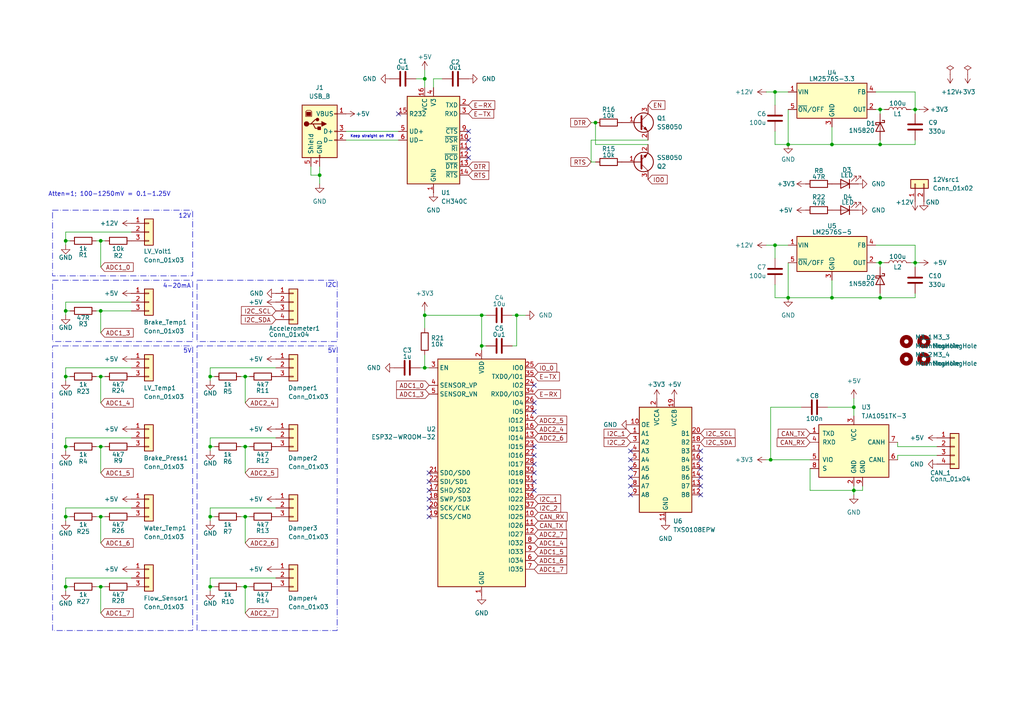
<source format=kicad_sch>
(kicad_sch (version 20231120) (generator "eeschema") (generator_version "8.0")
  (paper "A4")
  (title_block (title "FS-SensorBoard") (date "2025-02-28") (rev "2.0"))
  (junction (at 241.3 86.36))
  (junction (at 139.7 100.33))
  (junction (at 29.21 149.86))
  (junction (at 149.86 91.44))
  (junction (at 60.96 170.18))
  (junction (at 223.52 133.35))
  (junction (at 29.21 90.17))
  (junction (at 255.27 76.2))
  (junction (at 29.21 129.54))
  (junction (at 123.19 91.44))
  (junction (at 29.21 170.18))
  (junction (at 224.79 26.67))
  (junction (at 241.3 41.91))
  (junction (at 71.12 129.54))
  (junction (at 139.7 91.44))
  (junction (at 29.21 69.85))
  (junction (at 29.21 109.22))
  (junction (at 265.43 76.2))
  (junction (at 19.05 69.85))
  (junction (at 247.65 118.11))
  (junction (at 255.27 41.91))
  (junction (at 60.96 149.86))
  (junction (at 71.12 149.86))
  (junction (at 255.27 31.75))
  (junction (at 228.6 41.91))
  (junction (at 60.96 129.54))
  (junction (at 123.19 106.68))
  (junction (at 123.19 22.86))
  (junction (at 19.05 90.17))
  (junction (at 19.05 149.86))
  (junction (at 19.05 109.22))
  (junction (at 247.65 142.24))
  (junction (at 172.72 35.56))
  (junction (at 19.05 170.18))
  (junction (at 224.79 71.12))
  (junction (at 60.96 109.22))
  (junction (at 265.43 31.75))
  (junction (at 19.05 129.54))
  (junction (at 228.6 86.36))
  (junction (at 92.71 50.8))
  (junction (at 71.12 170.18))
  (junction (at 255.27 86.36))
  (junction (at 71.12 109.22))
  (no_connect (at 203.2 133.35))
  (no_connect (at 124.46 144.78))
  (no_connect (at 154.94 129.54))
  (no_connect (at 154.94 137.16))
  (no_connect (at 135.89 38.1))
  (no_connect (at 203.2 135.89))
  (no_connect (at 203.2 138.43))
  (no_connect (at 182.88 135.89))
  (no_connect (at 154.94 134.62))
  (no_connect (at 154.94 119.38))
  (no_connect (at 182.88 140.97))
  (no_connect (at 154.94 116.84))
  (no_connect (at 203.2 140.97))
  (no_connect (at 203.2 143.51))
  (no_connect (at 135.89 40.64))
  (no_connect (at 135.89 45.72))
  (no_connect (at 135.89 43.18))
  (no_connect (at 124.46 137.16))
  (no_connect (at 154.94 132.08))
  (no_connect (at 182.88 133.35))
  (no_connect (at 124.46 149.86))
  (no_connect (at 182.88 143.51))
  (no_connect (at 124.46 142.24))
  (no_connect (at 182.88 130.81))
  (no_connect (at 154.94 142.24))
  (no_connect (at 124.46 139.7))
  (no_connect (at 124.46 147.32))
  (no_connect (at 154.94 111.76))
  (no_connect (at 182.88 138.43))
  (no_connect (at 115.57 33.02))
  (no_connect (at 154.94 139.7))
  (no_connect (at 203.2 130.81))
  (wire (pts (xy 80.01 106.68) (xy 60.96 106.68)))
  (wire (pts (xy 171.45 40.64) (xy 187.96 40.64)))
  (wire (pts (xy 19.05 106.68) (xy 19.05 109.22)))
  (wire (pts (xy 29.21 77.47) (xy 29.21 69.85)))
  (wire (pts (xy 27.94 109.22) (xy 29.21 109.22)))
  (wire (pts (xy 38.1 147.32) (xy 19.05 147.32)))
  (wire (pts (xy 38.1 127) (xy 19.05 127)))
  (wire (pts (xy 140.97 100.33) (xy 139.7 100.33)))
  (wire (pts (xy 241.3 86.36) (xy 255.27 86.36)))
  (wire (pts (xy 224.79 71.12) (xy 228.6 71.12)))
  (wire (pts (xy 256.54 31.75) (xy 255.27 31.75)))
  (wire (pts (xy 38.1 67.31) (xy 19.05 67.31)))
  (wire (pts (xy 123.19 22.86) (xy 123.19 25.4)))
  (wire (pts (xy 72.39 109.22) (xy 71.12 109.22)))
  (wire (pts (xy 149.86 91.44) (xy 149.86 100.33)))
  (wire (pts (xy 224.79 82.55) (xy 224.79 86.36)))
  (wire (pts (xy 71.12 157.48) (xy 71.12 149.86)))
  (wire (pts (xy 19.05 149.86) (xy 20.32 149.86)))
  (wire (pts (xy 72.39 129.54) (xy 71.12 129.54)))
  (wire (pts (xy 171.45 46.99) (xy 171.45 40.64)))
  (wire (pts (xy 255.27 33.02) (xy 255.27 31.75)))
  (wire (pts (xy 60.96 109.22) (xy 62.23 109.22)))
  (wire (pts (xy 60.96 151.13) (xy 60.96 149.86)))
  (wire (pts (xy 19.05 129.54) (xy 20.32 129.54)))
  (wire (pts (xy 60.96 147.32) (xy 60.96 149.86)))
  (wire (pts (xy 29.21 177.8) (xy 29.21 170.18)))
  (wire (pts (xy 80.01 147.32) (xy 60.96 147.32)))
  (wire (pts (xy 38.1 87.63) (xy 19.05 87.63)))
  (wire (pts (xy 29.21 69.85) (xy 30.48 69.85)))
  (wire (pts (xy 60.96 106.68) (xy 60.96 109.22)))
  (wire (pts (xy 255.27 41.91) (xy 255.27 40.64)))
  (wire (pts (xy 19.05 87.63) (xy 19.05 90.17)))
  (wire (pts (xy 29.21 116.84) (xy 29.21 109.22)))
  (wire (pts (xy 38.1 167.64) (xy 19.05 167.64)))
  (wire (pts (xy 69.85 149.86) (xy 71.12 149.86)))
  (wire (pts (xy 60.96 167.64) (xy 60.96 170.18)))
  (wire (pts (xy 19.05 167.64) (xy 19.05 170.18)))
  (wire (pts (xy 19.05 147.32) (xy 19.05 149.86)))
  (wire (pts (xy 260.35 132.08) (xy 260.35 133.35)))
  (wire (pts (xy 265.43 33.02) (xy 265.43 31.75)))
  (wire (pts (xy 255.27 31.75) (xy 254 31.75)))
  (wire (pts (xy 152.4 91.44) (xy 149.86 91.44)))
  (wire (pts (xy 264.16 76.2) (xy 265.43 76.2)))
  (wire (pts (xy 250.19 142.24) (xy 250.19 140.97)))
  (wire (pts (xy 71.12 137.16) (xy 71.12 129.54)))
  (wire (pts (xy 71.12 177.8) (xy 71.12 170.18)))
  (wire (pts (xy 90.17 50.8) (xy 90.17 48.26)))
  (wire (pts (xy 254 26.67) (xy 265.43 26.67)))
  (wire (pts (xy 247.65 142.24) (xy 247.65 140.97)))
  (wire (pts (xy 69.85 109.22) (xy 71.12 109.22)))
  (wire (pts (xy 222.25 26.67) (xy 224.79 26.67)))
  (wire (pts (xy 241.3 36.83) (xy 241.3 41.91)))
  (wire (pts (xy 265.43 40.64) (xy 265.43 41.91)))
  (wire (pts (xy 260.35 129.54) (xy 271.78 129.54)))
  (wire (pts (xy 255.27 86.36) (xy 265.43 86.36)))
  (wire (pts (xy 72.39 149.86) (xy 71.12 149.86)))
  (wire (pts (xy 140.97 91.44) (xy 139.7 91.44)))
  (wire (pts (xy 228.6 76.2) (xy 228.6 86.36)))
  (wire (pts (xy 172.72 41.91) (xy 187.96 41.91)))
  (wire (pts (xy 80.01 167.64) (xy 60.96 167.64)))
  (wire (pts (xy 19.05 110.49) (xy 19.05 109.22)))
  (wire (pts (xy 60.96 110.49) (xy 60.96 109.22)))
  (wire (pts (xy 149.86 100.33) (xy 148.59 100.33)))
  (wire (pts (xy 265.43 85.09) (xy 265.43 86.36)))
  (wire (pts (xy 255.27 77.47) (xy 255.27 76.2)))
  (wire (pts (xy 27.94 129.54) (xy 29.21 129.54)))
  (wire (pts (xy 19.05 127) (xy 19.05 129.54)))
  (wire (pts (xy 29.21 96.52) (xy 29.21 90.17)))
  (wire (pts (xy 265.43 71.12) (xy 265.43 76.2)))
  (wire (pts (xy 100.33 38.1) (xy 115.57 38.1)))
  (wire (pts (xy 171.45 35.56) (xy 172.72 35.56)))
  (wire (pts (xy 139.7 91.44) (xy 139.7 100.33)))
  (wire (pts (xy 30.48 109.22) (xy 29.21 109.22)))
  (wire (pts (xy 228.6 31.75) (xy 228.6 41.91)))
  (wire (pts (xy 30.48 149.86) (xy 29.21 149.86)))
  (wire (pts (xy 123.19 95.25) (xy 123.19 91.44)))
  (wire (pts (xy 247.65 118.11) (xy 247.65 120.65)))
  (wire (pts (xy 224.79 26.67) (xy 228.6 26.67)))
  (wire (pts (xy 234.95 135.89) (xy 234.95 142.24)))
  (wire (pts (xy 100.33 40.64) (xy 115.57 40.64)))
  (wire (pts (xy 123.19 102.87) (xy 123.19 106.68)))
  (wire (pts (xy 92.71 50.8) (xy 92.71 48.26)))
  (wire (pts (xy 60.96 171.45) (xy 60.96 170.18)))
  (wire (pts (xy 19.05 109.22) (xy 20.32 109.22)))
  (wire (pts (xy 27.94 69.85) (xy 29.21 69.85)))
  (wire (pts (xy 223.52 133.35) (xy 223.52 118.11)))
  (wire (pts (xy 172.72 41.91) (xy 172.72 35.56)))
  (wire (pts (xy 271.78 132.08) (xy 260.35 132.08)))
  (wire (pts (xy 260.35 129.54) (xy 260.35 128.27)))
  (wire (pts (xy 80.01 127) (xy 60.96 127)))
  (wire (pts (xy 60.96 130.81) (xy 60.96 129.54)))
  (wire (pts (xy 19.05 67.31) (xy 19.05 69.85)))
  (wire (pts (xy 223.52 133.35) (xy 234.95 133.35)))
  (wire (pts (xy 19.05 71.12) (xy 19.05 69.85)))
  (wire (pts (xy 125.73 22.86) (xy 125.73 25.4)))
  (wire (pts (xy 60.96 127) (xy 60.96 129.54)))
  (wire (pts (xy 60.96 129.54) (xy 62.23 129.54)))
  (wire (pts (xy 240.03 118.11) (xy 247.65 118.11)))
  (wire (pts (xy 247.65 142.24) (xy 250.19 142.24)))
  (wire (pts (xy 255.27 76.2) (xy 254 76.2)))
  (wire (pts (xy 71.12 116.84) (xy 71.12 109.22)))
  (wire (pts (xy 247.65 143.51) (xy 247.65 142.24)))
  (wire (pts (xy 222.25 133.35) (xy 223.52 133.35)))
  (wire (pts (xy 224.79 41.91) (xy 228.6 41.91)))
  (wire (pts (xy 125.73 22.86) (xy 128.27 22.86)))
  (wire (pts (xy 19.05 170.18) (xy 20.32 170.18)))
  (wire (pts (xy 90.17 50.8) (xy 92.71 50.8)))
  (wire (pts (xy 69.85 170.18) (xy 71.12 170.18)))
  (wire (pts (xy 120.65 22.86) (xy 123.19 22.86)))
  (wire (pts (xy 228.6 86.36) (xy 241.3 86.36)))
  (wire (pts (xy 171.45 46.99) (xy 172.72 46.99)))
  (wire (pts (xy 29.21 157.48) (xy 29.21 149.86)))
  (wire (pts (xy 19.05 69.85) (xy 20.32 69.85)))
  (wire (pts (xy 27.94 149.86) (xy 29.21 149.86)))
  (wire (pts (xy 19.05 151.13) (xy 19.05 149.86)))
  (wire (pts (xy 224.79 74.93) (xy 224.79 71.12)))
  (wire (pts (xy 266.7 76.2) (xy 265.43 76.2)))
  (wire (pts (xy 121.92 106.68) (xy 123.19 106.68)))
  (wire (pts (xy 266.7 31.75) (xy 265.43 31.75)))
  (wire (pts (xy 255.27 86.36) (xy 255.27 85.09)))
  (wire (pts (xy 224.79 86.36) (xy 228.6 86.36)))
  (wire (pts (xy 123.19 91.44) (xy 123.19 90.17)))
  (wire (pts (xy 265.43 26.67) (xy 265.43 31.75)))
  (wire (pts (xy 123.19 91.44) (xy 139.7 91.44)))
  (wire (pts (xy 254 71.12) (xy 265.43 71.12)))
  (wire (pts (xy 123.19 106.68) (xy 124.46 106.68)))
  (wire (pts (xy 264.16 31.75) (xy 265.43 31.75)))
  (wire (pts (xy 30.48 170.18) (xy 29.21 170.18)))
  (wire (pts (xy 256.54 76.2) (xy 255.27 76.2)))
  (wire (pts (xy 234.95 142.24) (xy 247.65 142.24)))
  (wire (pts (xy 30.48 129.54) (xy 29.21 129.54)))
  (wire (pts (xy 19.05 130.81) (xy 19.05 129.54)))
  (wire (pts (xy 60.96 170.18) (xy 62.23 170.18)))
  (wire (pts (xy 224.79 38.1) (xy 224.79 41.91)))
  (wire (pts (xy 38.1 106.68) (xy 19.05 106.68)))
  (wire (pts (xy 255.27 41.91) (xy 265.43 41.91)))
  (wire (pts (xy 60.96 149.86) (xy 62.23 149.86)))
  (wire (pts (xy 19.05 91.44) (xy 19.05 90.17)))
  (wire (pts (xy 149.86 91.44) (xy 148.59 91.44)))
  (wire (pts (xy 69.85 129.54) (xy 71.12 129.54)))
  (wire (pts (xy 265.43 77.47) (xy 265.43 76.2)))
  (wire (pts (xy 222.25 71.12) (xy 224.79 71.12)))
  (wire (pts (xy 139.7 100.33) (xy 139.7 101.6)))
  (wire (pts (xy 29.21 90.17) (xy 38.1 90.17)))
  (wire (pts (xy 19.05 171.45) (xy 19.05 170.18)))
  (wire (pts (xy 241.3 81.28) (xy 241.3 86.36)))
  (wire (pts (xy 228.6 41.91) (xy 241.3 41.91)))
  (wire (pts (xy 241.3 41.91) (xy 255.27 41.91)))
  (wire (pts (xy 223.52 118.11) (xy 232.41 118.11)))
  (wire (pts (xy 92.71 53.34) (xy 92.71 50.8)))
  (wire (pts (xy 19.05 90.17) (xy 20.32 90.17)))
  (wire (pts (xy 123.19 20.32) (xy 123.19 22.86)))
  (wire (pts (xy 27.94 90.17) (xy 29.21 90.17)))
  (wire (pts (xy 72.39 170.18) (xy 71.12 170.18)))
  (wire (pts (xy 247.65 115.57) (xy 247.65 118.11)))
  (wire (pts (xy 224.79 30.48) (xy 224.79 26.67)))
  (wire (pts (xy 29.21 137.16) (xy 29.21 129.54)))
  (wire (pts (xy 27.94 170.18) (xy 29.21 170.18)))
  (rectangle (start 57.15 81.28) (end 97.79 99.06) (stroke (width 0) (type dash_dot)))
  (rectangle (start 15.24 100.33) (end 55.88 182.88) (stroke (width 0) (type dash_dot)))
  (rectangle (start 15.24 60.96) (end 55.88 80.01) (stroke (width 0) (type dash_dot)))
  (rectangle (start 15.24 81.28) (end 55.88 99.06) (stroke (width 0) (type dash_dot)))
  (rectangle (start 57.15 100.33) (end 97.79 182.88) (stroke (width 0) (type dash_dot)))
  (text "4-20mA" (at 51.308 83.058 0) (effects (font (size 1.27 1.27))))
  (text "Keep straight on PCB\n" (at 107.95 39.624 0) (effects (font (size 0.762 0.762))))
  (text "12V" (at 53.594 62.738 0) (effects (font (size 1.27 1.27))))
  (text "5V" (at 54.356 101.854 0) (effects (font (size 1.27 1.27))))
  (text "5V" (at 96.266 101.854 0) (effects (font (size 1.27 1.27))))
  (text "Atten=1; 100-1250mV = 0.1-1.25V" (at 31.75 56.388 0) (effects (font (size 1.27 1.27))))
  (text "I2C" (at 96.012 82.804 0) (effects (font (size 1.27 1.27))))
  (global_label "CAN_TX" (shape input) (at 154.94 152.4 0) (property "Intersheetrefs" "${INTERSHEET_REFS}" (effects (hide yes))))
  (global_label "ADC2_6" (shape input) (at 71.12 157.48 0) (property "Intersheetrefs" "${INTERSHEET_REFS}" (effects (hide yes))))
  (global_label "I2C_SCL" (shape input) (at 203.2 125.73 0) (property "Intersheetrefs" "${INTERSHEET_REFS}" (effects (hide yes))))
  (global_label "ADC1_0" (shape input) (at 124.46 111.76 180) (property "Intersheetrefs" "${INTERSHEET_REFS}" (effects (hide yes))))
  (global_label "I2C_SDA" (shape input) (at 203.2 128.27 0) (property "Intersheetrefs" "${INTERSHEET_REFS}" (effects (hide yes))))
  (global_label "ADC1_3" (shape input) (at 124.46 114.3 180) (property "Intersheetrefs" "${INTERSHEET_REFS}" (effects (hide yes))))
  (global_label "E-RX" (shape input) (at 154.94 114.3 0) (property "Intersheetrefs" "${INTERSHEET_REFS}" (effects (hide yes))))
  (global_label "ADC1_0" (shape input) (at 29.21 77.47 0) (property "Intersheetrefs" "${INTERSHEET_REFS}" (effects (hide yes))))
  (global_label "I2C_1" (shape input) (at 182.88 125.73 180) (property "Intersheetrefs" "${INTERSHEET_REFS}" (effects (hide yes))))
  (global_label "E-TX" (shape input) (at 154.94 109.22 0) (property "Intersheetrefs" "${INTERSHEET_REFS}" (effects (hide yes))))
  (global_label "ADC1_3" (shape input) (at 29.21 96.52 0) (property "Intersheetrefs" "${INTERSHEET_REFS}" (effects (hide yes))))
  (global_label "ADC1_6" (shape input) (at 29.21 157.48 0) (property "Intersheetrefs" "${INTERSHEET_REFS}" (effects (hide yes))))
  (global_label "EN" (shape input) (at 187.96 30.48 0) (property "Intersheetrefs" "${INTERSHEET_REFS}" (effects (hide yes))))
  (global_label "ADC1_7" (shape input) (at 154.94 165.1 0) (property "Intersheetrefs" "${INTERSHEET_REFS}" (effects (hide yes))))
  (global_label "ADC2_5" (shape input) (at 154.94 121.92 0) (property "Intersheetrefs" "${INTERSHEET_REFS}" (effects (hide yes))))
  (global_label "DTR" (shape input) (at 135.89 48.26 0) (property "Intersheetrefs" "${INTERSHEET_REFS}" (effects (hide yes))))
  (global_label "ADC2_4" (shape input) (at 154.94 124.46 0) (property "Intersheetrefs" "${INTERSHEET_REFS}" (effects (hide yes))))
  (global_label "ADC1_4" (shape input) (at 29.21 116.84 0) (property "Intersheetrefs" "${INTERSHEET_REFS}" (effects (hide yes))))
  (global_label "IO0" (shape input) (at 187.96 52.07 0) (property "Intersheetrefs" "${INTERSHEET_REFS}" (effects (hide yes))))
  (global_label "ADC1_5" (shape input) (at 29.21 137.16 0) (property "Intersheetrefs" "${INTERSHEET_REFS}" (effects (hide yes))))
  (global_label "CAN_RX" (shape input) (at 154.94 149.86 0) (property "Intersheetrefs" "${INTERSHEET_REFS}" (effects (hide yes))))
  (global_label "ADC2_7" (shape input) (at 71.12 177.8 0) (property "Intersheetrefs" "${INTERSHEET_REFS}" (effects (hide yes))))
  (global_label "I2C_SDA" (shape input) (at 80.01 92.71 180) (property "Intersheetrefs" "${INTERSHEET_REFS}" (effects (hide yes))))
  (global_label "E-RX" (shape input) (at 135.89 30.48 0) (property "Intersheetrefs" "${INTERSHEET_REFS}" (effects (hide yes))))
  (global_label "ADC2_6" (shape input) (at 154.94 127 0) (property "Intersheetrefs" "${INTERSHEET_REFS}" (effects (hide yes))))
  (global_label "I2C_2" (shape input) (at 182.88 128.27 180) (property "Intersheetrefs" "${INTERSHEET_REFS}" (effects (hide yes))))
  (global_label "E-TX" (shape input) (at 135.89 33.02 0) (property "Intersheetrefs" "${INTERSHEET_REFS}" (effects (hide yes))))
  (global_label "RTS" (shape input) (at 171.45 46.99 180) (property "Intersheetrefs" "${INTERSHEET_REFS}" (effects (hide yes))))
  (global_label "CAN_TX" (shape input) (at 234.95 125.73 180) (property "Intersheetrefs" "${INTERSHEET_REFS}" (effects (hide yes))))
  (global_label "ADC1_6" (shape input) (at 154.94 162.56 0) (property "Intersheetrefs" "${INTERSHEET_REFS}" (effects (hide yes))))
  (global_label "ADC2_4" (shape input) (at 71.12 116.84 0) (property "Intersheetrefs" "${INTERSHEET_REFS}" (effects (hide yes))))
  (global_label "I2C_SCL" (shape input) (at 80.01 90.17 180) (property "Intersheetrefs" "${INTERSHEET_REFS}" (effects (hide yes))))
  (global_label "IO_0" (shape input) (at 154.94 106.68 0) (property "Intersheetrefs" "${INTERSHEET_REFS}" (effects (hide yes))))
  (global_label "I2C_1" (shape input) (at 154.94 144.78 0) (property "Intersheetrefs" "${INTERSHEET_REFS}" (effects (hide yes))))
  (global_label "CAN_RX" (shape input) (at 234.95 128.27 180) (property "Intersheetrefs" "${INTERSHEET_REFS}" (effects (hide yes))))
  (global_label "ADC2_7" (shape input) (at 154.94 154.94 0) (property "Intersheetrefs" "${INTERSHEET_REFS}" (effects (hide yes))))
  (global_label "ADC1_5" (shape input) (at 154.94 160.02 0) (property "Intersheetrefs" "${INTERSHEET_REFS}" (effects (hide yes))))
  (global_label "ADC1_4" (shape input) (at 154.94 157.48 0) (property "Intersheetrefs" "${INTERSHEET_REFS}" (effects (hide yes))))
  (global_label "I2C_2" (shape input) (at 154.94 147.32 0) (property "Intersheetrefs" "${INTERSHEET_REFS}" (effects (hide yes))))
  (global_label "ADC2_5" (shape input) (at 71.12 137.16 0) (property "Intersheetrefs" "${INTERSHEET_REFS}" (effects (hide yes))))
  (global_label "RTS" (shape input) (at 135.89 50.8 0) (property "Intersheetrefs" "${INTERSHEET_REFS}" (effects (hide yes))))
  (global_label "ADC1_7" (shape input) (at 29.21 177.8 0) (property "Intersheetrefs" "${INTERSHEET_REFS}" (effects (hide yes))))
  (global_label "DTR" (shape input) (at 171.45 35.56 180) (property "Intersheetrefs" "${INTERSHEET_REFS}" (effects (hide yes))))
  (symbol (lib_id "power:PWR_FLAG") (at 280.67 21.59 0) (unit 1)
    (property "Reference" "#FLG02" (effects (hide yes)))
    (property "Value" "PWR_FLAG" (effects (hide yes)))
    (property "Description" "Special symbol for telling ERC where power comes from" (effects (hide yes)))
  )
  (symbol (lib_id "Regulator_Switching:LM2576S-5") (at 241.3 73.66 0) (unit 1)
    (property "Reference" "U5" (at 241.3 65.532 0))
    (property "Value" "LM2576S-5" (at 241.3 67.31 0))
    (property "Footprint" "Package_TO_SOT_SMD:TO-263-5_TabPin3" (effects (hide yes)))
    (property "Datasheet" "http://www.ti.com/lit/ds/symlink/lm2576.pdf" (effects (hide yes)))
    (property "Description" "5V, 3A SIMPLE SWITCHER® Step-Down Voltage Regulator, TO-263" (effects (hide yes)))
  )
  (symbol (lib_id "power:GND") (at 152.4 91.44 90) (unit 1)
    (property "Reference" "#PWR020" (effects (hide yes)))
    (property "Value" "GND" (at 156.21 91.4399 90) (effects (justify right)))
    (property "Description" "Power symbol creates a global label with name \"GND\" , ground" (effects (hide yes)))
  )
  (symbol (lib_id "power:GND") (at 80.01 85.09 270) (unit 1)
    (property "Reference" "#PWR048" (effects (hide yes)))
    (property "Value" "GND" (at 74.422 85.09 90))
    (property "Description" "Power symbol creates a global label with name \"GND\" , ground" (effects (hide yes)))
  )
  (symbol (lib_id "power:GND") (at 19.05 171.45 0) (unit 1)
    (property "Reference" "#PWR045" (effects (hide yes)))
    (property "Value" "GND" (at 19.05 175.006 0))
    (property "Description" "Power symbol creates a global label with name \"GND\" , ground" (effects (hide yes)))
  )
  (symbol (lib_id "power:GND") (at 248.92 53.34 90) (unit 1)
    (property "Reference" "#PWR037" (effects (hide yes)))
    (property "Value" "GND" (at 252.73 53.3399 90) (effects (justify right)))
    (property "Description" "Power symbol creates a global label with name \"GND\" , ground" (effects (hide yes)))
  )
  (symbol (lib_id "Device:C") (at 118.11 106.68 90) (unit 1)
    (property "Reference" "C3" (at 118.11 101.6 90))
    (property "Value" "1u" (at 118.11 103.378 90))
    (property "Footprint" "Capacitor_SMD:C_1206_3216Metric_Pad1.33x1.80mm_HandSolder" (effects (hide yes)))
    (property "Description" "Unpolarized capacitor" (effects (hide yes)))
  )
  (symbol (lib_id "Diode:1N5820") (at 255.27 81.28 270) (unit 1)
    (property "Reference" "D2" (at 251.206 80.518 90) (effects (justify left)))
    (property "Value" "1N5820" (at 246.126 82.296 90) (effects (justify left)))
    (property "Footprint" "Diode_THT:D_DO-201AD_P15.24mm_Horizontal" (effects (hide yes)))
    (property "Datasheet" "http://www.vishay.com/docs/88526/1n5820.pdf" (effects (hide yes)))
    (property "Description" "20V 3A Schottky Barrier Rectifier Diode, DO-201AD" (effects (hide yes)))
  )
  (symbol (lib_id "Device:R") (at 76.2 170.18 90) (unit 1)
    (property "Reference" "R14" (at 76.2 174.244 90))
    (property "Value" "4k7" (at 76.2 172.466 90))
    (property "Footprint" "Resistor_SMD:R_1206_3216Metric_Pad1.30x1.75mm_HandSolder" (effects (hide yes)))
    (property "Description" "Resistor" (effects (hide yes)))
  )
  (symbol (lib_id "RF_Module:ESP32-WROOM-32") (at 139.7 137.16 0) (unit 1)
    (property "Reference" "U2" (at 123.698 124.46 0) (effects (justify left)))
    (property "Value" "ESP32-WROOM-32" (at 107.696 126.746 0) (effects (justify left)))
    (property "Footprint" "Library:ESP32-WROOM-32-LongPad" (effects (hide yes)))
    (property "Datasheet" "https://www.espressif.com/sites/default/files/documentation/esp32-wroom-32_datasheet_en.pdf" (effects (hide yes)))
    (property "Description" "RF Module, ESP32-D0WDQ6 SoC, Wi-Fi 802.11b/g/n, Bluetooth, BLE, 32-bit, 2.7-3.6V, onboard antenna, SMD" (effects (hide yes)))
  )
  (symbol (lib_id "Connector_Generic:Conn_01x03") (at 43.18 127 0) (unit 1)
    (property "Reference" "Brake_Press1" (at 41.656 132.842 0) (effects (justify left)))
    (property "Value" "Conn_01x03" (at 41.656 135.382 0) (effects (justify left)))
    (property "Footprint" "Connector_JST:JST_XH_B3B-XH-A_1x03_P2.50mm_Vertical" (effects (hide yes)))
    (property "Description" "Generic connector, single row, 01x03, script generated (kicad-library-utils/schlib/autogen/connector/)" (effects (hide yes)))
  )
  (symbol (lib_id "power:+5V") (at 38.1 124.46 90) (unit 1)
    (property "Reference" "#PWR042" (effects (hide yes)))
    (property "Value" "+5V" (at 34.29 124.4599 90) (effects (justify left)))
    (property "Description" "Power symbol creates a global label with name \"+5V\"" (effects (hide yes)))
  )
  (symbol (lib_id "Device:L") (at 260.35 76.2 90) (unit 1)
    (property "Reference" "L2" (at 260.35 77.47 90))
    (property "Value" "100u" (at 260.35 74.422 90))
    (property "Footprint" "Inductor_SMD:L_1206_3216Metric_Pad1.22x1.90mm_HandSolder" (effects (hide yes)))
    (property "Description" "Inductor" (effects (hide yes)))
  )
  (symbol (lib_id "power:GND") (at 248.92 60.96 90) (unit 1)
    (property "Reference" "#PWR038" (effects (hide yes)))
    (property "Value" "GND" (at 252.73 60.9599 90) (effects (justify right)))
    (property "Description" "Power symbol creates a global label with name \"GND\" , ground" (effects (hide yes)))
  )
  (symbol (lib_id "power:PWR_FLAG") (at 275.59 21.59 0) (unit 1)
    (property "Reference" "#FLG01" (effects (hide yes)))
    (property "Value" "PWR_FLAG" (effects (hide yes)))
    (property "Description" "Special symbol for telling ERC where power comes from" (effects (hide yes)))
  )
  (symbol (lib_id "power:GND") (at 139.7 172.72 0) (unit 1)
    (property "Reference" "#PWR019" (effects (hide yes)))
    (property "Value" "GND" (at 139.7 177.8 0))
    (property "Description" "Power symbol creates a global label with name \"GND\" , ground" (effects (hide yes)))
  )
  (symbol (lib_id "power:+12V") (at 222.25 26.67 90) (unit 1)
    (property "Reference" "#PWR022" (effects (hide yes)))
    (property "Value" "+12V" (at 218.44 26.6699 90) (effects (justify left)))
    (property "Description" "Power symbol creates a global label with name \"+12V\"" (effects (hide yes)))
  )
  (symbol (lib_id "Connector_Generic:Conn_01x04") (at 85.09 87.63 0) (unit 1)
    (property "Reference" "Accelerometer1" (at 77.978 95.25 0) (effects (justify left)))
    (property "Value" "Conn_01x04" (at 77.978 97.028 0) (effects (justify left)))
    (property "Footprint" "Connector_JST:JST_XH_B4B-XH-A_1x04_P2.50mm_Vertical" (effects (hide yes)))
    (property "Description" "Generic connector, single row, 01x04, script generated (kicad-library-utils/schlib/autogen/connector/)" (effects (hide yes)))
  )
  (symbol (lib_id "power:+12V") (at 222.25 71.12 90) (unit 1)
    (property "Reference" "#PWR023" (effects (hide yes)))
    (property "Value" "+12V" (at 218.44 71.1199 90) (effects (justify left)))
    (property "Description" "Power symbol creates a global label with name \"+12V\"" (effects (hide yes)))
  )
  (symbol (lib_id "Connector_Generic:Conn_01x03") (at 85.09 167.64 0) (unit 1)
    (property "Reference" "Damper4" (at 83.566 173.482 0) (effects (justify left)))
    (property "Value" "Conn_01x03" (at 83.566 176.022 0) (effects (justify left)))
    (property "Footprint" "Connector_JST:JST_XH_B3B-XH-A_1x03_P2.50mm_Vertical" (effects (hide yes)))
    (property "Description" "Generic connector, single row, 01x03, script generated (kicad-library-utils/schlib/autogen/connector/)" (effects (hide yes)))
  )
  (symbol (lib_id "Device:C") (at 144.78 91.44 90) (unit 1)
    (property "Reference" "C4" (at 144.78 86.36 90))
    (property "Value" "10u" (at 144.78 88.138 90))
    (property "Footprint" "Capacitor_SMD:C_1206_3216Metric_Pad1.33x1.80mm_HandSolder" (effects (hide yes)))
    (property "Description" "Unpolarized capacitor" (effects (hide yes)))
  )
  (symbol (lib_id "power:GND") (at 228.6 41.91 0) (unit 1)
    (property "Reference" "#PWR024" (effects (hide yes)))
    (property "Value" "GND" (at 228.6 46.228 0))
    (property "Description" "Power symbol creates a global label with name \"GND\" , ground" (effects (hide yes)))
  )
  (symbol (lib_id "power:+3V3") (at 280.67 21.59 180) (unit 1)
    (property "Reference" "#PWR033" (effects (hide yes)))
    (property "Value" "+3V3" (at 282.956 26.67 0) (effects (justify left)))
    (property "Description" "Power symbol creates a global label with name \"+3V3\"" (effects (hide yes)))
  )
  (symbol (lib_id "Interface_USB:CH340C") (at 125.73 40.64 0) (unit 1)
    (property "Reference" "U1" (at 127.9241 55.88 0) (effects (justify left)))
    (property "Value" "CH340C" (at 127.9241 58.42 0) (effects (justify left)))
    (property "Footprint" "Package_SO:SOIC-16_3.9x9.9mm_P1.27mm" (effects (hide yes)))
    (property "Datasheet" "https://datasheet.lcsc.com/szlcsc/Jiangsu-Qin-Heng-CH340C_C84681.pdf" (effects (hide yes)))
    (property "Description" "USB serial converter, crystal-less, UART, SOIC-16" (effects (hide yes)))
  )
  (symbol (lib_id "Connector_Generic:Conn_01x03") (at 43.18 67.31 0) (unit 1)
    (property "Reference" "LV_Volt1" (at 41.656 72.898 0) (effects (justify left)))
    (property "Value" "Conn_01x03" (at 41.656 75.438 0) (effects (justify left)))
    (property "Footprint" "Connector_JST:JST_XH_B3B-XH-A_1x03_P2.50mm_Vertical" (effects (hide yes)))
    (property "Description" "Generic connector, single row, 01x03, script generated (kicad-library-utils/schlib/autogen/connector/)" (effects (hide yes)))
  )
  (symbol (lib_id "Device:R") (at 24.13 170.18 90) (unit 1)
    (property "Reference" "R27" (at 24.13 174.498 90))
    (property "Value" "1k" (at 24.13 172.466 90))
    (property "Footprint" "Resistor_SMD:R_1206_3216Metric_Pad1.30x1.75mm_HandSolder" (effects (hide yes)))
    (property "Description" "Resistor" (effects (hide yes)))
  )
  (symbol (lib_id "power:GND") (at 60.96 171.45 0) (unit 1)
    (property "Reference" "#PWR07" (effects (hide yes)))
    (property "Value" "GND" (at 60.96 175.006 0))
    (property "Description" "Power symbol creates a global label with name \"GND\" , ground" (effects (hide yes)))
  )
  (symbol (lib_id "power:+5V") (at 80.01 124.46 90) (unit 1)
    (property "Reference" "#PWR09" (effects (hide yes)))
    (property "Value" "+5V" (at 76.2 124.4599 90) (effects (justify left)))
    (property "Description" "Power symbol creates a global label with name \"+5V\"" (effects (hide yes)))
  )
  (symbol (lib_id "power:+5V") (at 80.01 144.78 90) (unit 1)
    (property "Reference" "#PWR010" (effects (hide yes)))
    (property "Value" "+5V" (at 76.2 144.7799 90) (effects (justify left)))
    (property "Description" "Power symbol creates a global label with name \"+5V\"" (effects (hide yes)))
  )
  (symbol (lib_id "power:+3V3") (at 190.5 115.57 0) (unit 1)
    (property "Reference" "#PWR051" (effects (hide yes)))
    (property "Value" "+3V3" (at 187.706 111.506 0) (effects (justify left)))
    (property "Description" "Power symbol creates a global label with name \"+3V3\"" (effects (hide yes)))
  )
  (symbol (lib_id "Device:R") (at 34.29 129.54 90) (unit 1)
    (property "Reference" "R9" (at 34.29 133.604 90))
    (property "Value" "4k7" (at 34.29 131.826 90))
    (property "Footprint" "Resistor_SMD:R_1206_3216Metric_Pad1.30x1.75mm_HandSolder" (effects (hide yes)))
    (property "Description" "Resistor" (effects (hide yes)))
  )
  (symbol (lib_id "Regulator_Switching:LM2576S-3.3") (at 241.3 29.21 0) (unit 1)
    (property "Reference" "U4" (at 241.3 21.082 0))
    (property "Value" "LM2576S-3.3" (at 241.3 22.86 0))
    (property "Footprint" "Package_TO_SOT_SMD:TO-263-5_TabPin3" (effects (hide yes)))
    (property "Datasheet" "http://www.ti.com/lit/ds/symlink/lm2576.pdf" (effects (hide yes)))
    (property "Description" "3.3V, 3A SIMPLE SWITCHER® Step-Down Voltage Regulator, TO-263" (effects (hide yes)))
  )
  (symbol (lib_id "Device:R") (at 123.19 99.06 0) (unit 1)
    (property "Reference" "R21" (at 124.968 98.044 0) (effects (justify left)))
    (property "Value" "10k" (at 124.968 99.822 0) (effects (justify left)))
    (property "Footprint" "Resistor_SMD:R_1206_3216Metric_Pad1.30x1.75mm_HandSolder" (effects (hide yes)))
    (property "Description" "Resistor" (effects (hide yes)))
  )
  (symbol (lib_id "power:+3V3") (at 123.19 90.17 0) (unit 1)
    (property "Reference" "#PWR018" (effects (hide yes)))
    (property "Value" "+3V3" (at 123.19 85.09 0))
    (property "Description" "Power symbol creates a global label with name \"+3V3\"" (effects (hide yes)))
  )
  (symbol (lib_id "Device:C") (at 224.79 34.29 0) (mirror y) (unit 1)
    (property "Reference" "C6" (at 222.25 33.02 0) (effects (justify left)))
    (property "Value" "100u" (at 222.25 35.56 0) (effects (justify left)))
    (property "Footprint" "Capacitor_SMD:C_1206_3216Metric_Pad1.33x1.80mm_HandSolder" (effects (hide yes)))
    (property "Description" "Unpolarized capacitor" (effects (hide yes)))
  )
  (symbol (lib_id "Device:L") (at 260.35 31.75 90) (unit 1)
    (property "Reference" "L1" (at 260.35 33.02 90))
    (property "Value" "100u" (at 260.35 29.972 90))
    (property "Footprint" "Inductor_SMD:L_1206_3216Metric_Pad1.22x1.90mm_HandSolder" (effects (hide yes)))
    (property "Description" "Inductor" (effects (hide yes)))
  )
  (symbol (lib_id "Diode:1N5820") (at 255.27 36.83 270) (unit 1)
    (property "Reference" "D1" (at 251.206 35.814 90) (effects (justify left)))
    (property "Value" "1N5820" (at 246.126 37.846 90) (effects (justify left)))
    (property "Footprint" "Diode_THT:D_DO-201AD_P15.24mm_Horizontal" (effects (hide yes)))
    (property "Datasheet" "http://www.vishay.com/docs/88526/1n5820.pdf" (effects (hide yes)))
    (property "Description" "20V 3A Schottky Barrier Rectifier Diode, DO-201AD" (effects (hide yes)))
  )
  (symbol (lib_id "power:GND") (at 135.89 22.86 90) (unit 1)
    (property "Reference" "#PWR016" (effects (hide yes)))
    (property "Value" "GND" (at 139.7 22.8599 90) (effects (justify right)))
    (property "Description" "Power symbol creates a global label with name \"GND\" , ground" (effects (hide yes)))
  )
  (symbol (lib_id "Mechanical:MountingHole") (at 267.97 99.06 0) (unit 1) (exclude_from_sim yes) (in_bom no)
    (property "Reference" "M3_3" (at 270.51 97.7899 0) (effects (justify left)))
    (property "Value" "MountingHole" (at 270.51 100.3299 0) (effects (justify left)))
    (property "Footprint" "MountingHole:MountingHole_3.2mm_M3" (effects (hide yes)))
    (property "Description" "Mounting Hole without connection" (effects (hide yes)))
  )
  (symbol (lib_id "power:+5V") (at 38.1 144.78 90) (unit 1)
    (property "Reference" "#PWR044" (effects (hide yes)))
    (property "Value" "+5V" (at 34.29 144.7799 90) (effects (justify left)))
    (property "Description" "Power symbol creates a global label with name \"+5V\"" (effects (hide yes)))
  )
  (symbol (lib_id "Connector_Generic:Conn_01x02") (at 265.43 53.34 90) (unit 1)
    (property "Reference" "12Vsrc1" (at 270.51 52.0699 90) (effects (justify right)))
    (property "Value" "Conn_01x02" (at 270.51 54.6099 90) (effects (justify right)))
    (property "Footprint" "Connector_JST:JST_VH_B2P-VH_1x02_P3.96mm_Vertical" (effects (hide yes)))
    (property "Description" "Generic connector, single row, 01x02, script generated (kicad-library-utils/schlib/autogen/connector/)" (effects (hide yes)))
  )
  (symbol (lib_id "power:GND") (at 60.96 130.81 0) (unit 1)
    (property "Reference" "#PWR05" (effects (hide yes)))
    (property "Value" "GND" (at 60.96 134.366 0))
    (property "Description" "Power symbol creates a global label with name \"GND\" , ground" (effects (hide yes)))
  )
  (symbol (lib_id "Device:C") (at 265.43 81.28 0) (unit 1)
    (property "Reference" "C10" (at 269.24 80.0099 0) (effects (justify left)))
    (property "Value" "330u" (at 269.24 82.5499 0) (effects (justify left)))
    (property "Footprint" "Capacitor_SMD:C_1206_3216Metric_Pad1.33x1.80mm_HandSolder" (effects (hide yes)))
    (property "Description" "Unpolarized capacitor" (effects (hide yes)))
  )
  (symbol (lib_id "power:GND") (at 19.05 151.13 0) (unit 1)
    (property "Reference" "#PWR043" (effects (hide yes)))
    (property "Value" "GND" (at 19.05 154.686 0))
    (property "Description" "Power symbol creates a global label with name \"GND\" , ground" (effects (hide yes)))
  )
  (symbol (lib_id "power:+3V3") (at 222.25 133.35 90) (unit 1)
    (property "Reference" "#PWR021" (effects (hide yes)))
    (property "Value" "+3V3" (at 218.44 133.35 90) (effects (justify left)))
    (property "Description" "Power symbol creates a global label with name \"+3V3\"" (effects (hide yes)))
  )
  (symbol (lib_id "power:GND") (at 92.71 53.34 0) (unit 1)
    (property "Reference" "#PWR011" (effects (hide yes)))
    (property "Value" "GND" (at 92.71 58.42 0))
    (property "Description" "Power symbol creates a global label with name \"GND\" , ground" (effects (hide yes)))
  )
  (symbol (lib_id "Device:C") (at 265.43 36.83 0) (unit 1)
    (property "Reference" "C9" (at 269.24 35.5599 0) (effects (justify left)))
    (property "Value" "330u" (at 269.24 38.0999 0) (effects (justify left)))
    (property "Footprint" "Capacitor_SMD:C_1206_3216Metric_Pad1.33x1.80mm_HandSolder" (effects (hide yes)))
    (property "Description" "Unpolarized capacitor" (effects (hide yes)))
  )
  (symbol (lib_id "Connector_Generic:Conn_01x03") (at 43.18 106.68 0) (unit 1)
    (property "Reference" "LV_Temp1" (at 41.656 112.522 0) (effects (justify left)))
    (property "Value" "Conn_01x03" (at 41.656 115.062 0) (effects (justify left)))
    (property "Footprint" "Connector_JST:JST_XH_B3B-XH-A_1x03_P2.50mm_Vertical" (effects (hide yes)))
    (property "Description" "Generic connector, single row, 01x03, script generated (kicad-library-utils/schlib/autogen/connector/)" (effects (hide yes)))
  )
  (symbol (lib_id "Device:R") (at 66.04 149.86 90) (unit 1)
    (property "Reference" "R7" (at 66.04 154.178 90))
    (property "Value" "1k" (at 66.04 152.146 90))
    (property "Footprint" "Resistor_SMD:R_1206_3216Metric_Pad1.30x1.75mm_HandSolder" (effects (hide yes)))
    (property "Description" "Resistor" (effects (hide yes)))
  )
  (symbol (lib_id "Device:R") (at 34.29 149.86 90) (unit 1)
    (property "Reference" "R26" (at 34.29 153.924 90))
    (property "Value" "4k7" (at 34.29 152.146 90))
    (property "Footprint" "Resistor_SMD:R_1206_3216Metric_Pad1.30x1.75mm_HandSolder" (effects (hide yes)))
    (property "Description" "Resistor" (effects (hide yes)))
  )
  (symbol (lib_id "power:+3V3") (at 266.7 31.75 270) (unit 1)
    (property "Reference" "#PWR029" (effects (hide yes)))
    (property "Value" "+3V3" (at 269.748 31.75 90) (effects (justify left)))
    (property "Description" "Power symbol creates a global label with name \"+3V3\"" (effects (hide yes)))
  )
  (symbol (lib_id "Device:R") (at 176.53 35.56 90) (unit 1)
    (property "Reference" "R16" (at 176.53 31.75 90))
    (property "Value" "10k" (at 176.53 33.528 90))
    (property "Footprint" "Resistor_SMD:R_1206_3216Metric_Pad1.30x1.75mm_HandSolder" (effects (hide yes)))
    (property "Description" "Resistor" (effects (hide yes)))
  )
  (symbol (lib_id "Transistor_BJT:SS8050") (at 185.42 46.99 0) (mirror x) (unit 1)
    (property "Reference" "Q2" (at 190.5 48.2601 0) (effects (justify left)))
    (property "Value" "SS8050" (at 190.5 45.7201 0) (effects (justify left)))
    (property "Footprint" "Package_TO_SOT_SMD:SOT-23" (effects (hide yes)))
    (property "Datasheet" "http://www.secosgmbh.com/datasheet/products/SSMPTransistor/SOT-23/SS8050.pdf" (effects (hide yes)))
    (property "Description" "General Purpose NPN Transistor, 1.5A Ic, 25V Vce, SOT-23" (effects (hide yes)))
  )
  (symbol (lib_id "Transistor_BJT:SS8050") (at 185.42 35.56 0) (unit 1)
    (property "Reference" "Q1" (at 190.5 34.2899 0) (effects (justify left)))
    (property "Value" "SS8050" (at 190.5 36.8299 0) (effects (justify left)))
    (property "Footprint" "Package_TO_SOT_SMD:SOT-23" (effects (hide yes)))
    (property "Datasheet" "http://www.secosgmbh.com/datasheet/products/SSMPTransistor/SOT-23/SS8050.pdf" (effects (hide yes)))
    (property "Description" "General Purpose NPN Transistor, 1.5A Ic, 25V Vce, SOT-23" (effects (hide yes)))
  )
  (symbol (lib_id "power:+12V") (at 275.59 21.59 180) (unit 1)
    (property "Reference" "#PWR032" (effects (hide yes)))
    (property "Value" "+12V" (at 275.59 26.67 0))
    (property "Description" "Power symbol creates a global label with name \"+12V\"" (effects (hide yes)))
  )
  (symbol (lib_id "power:+5V") (at 38.1 165.1 90) (unit 1)
    (property "Reference" "#PWR046" (effects (hide yes)))
    (property "Value" "+5V" (at 34.29 165.0999 90) (effects (justify left)))
    (property "Description" "Power symbol creates a global label with name \"+5V\"" (effects (hide yes)))
  )
  (symbol (lib_id "Device:R") (at 66.04 170.18 90) (unit 1)
    (property "Reference" "R10" (at 66.04 174.498 90))
    (property "Value" "1k" (at 66.04 172.466 90))
    (property "Footprint" "Resistor_SMD:R_1206_3216Metric_Pad1.30x1.75mm_HandSolder" (effects (hide yes)))
    (property "Description" "Resistor" (effects (hide yes)))
  )
  (symbol (lib_id "Device:C") (at 144.78 100.33 90) (unit 1)
    (property "Reference" "C5" (at 144.78 95.25 90))
    (property "Value" "0u1" (at 144.78 97.028 90))
    (property "Footprint" "Capacitor_SMD:C_1206_3216Metric_Pad1.33x1.80mm_HandSolder" (effects (hide yes)))
    (property "Description" "Unpolarized capacitor" (effects (hide yes)))
  )
  (symbol (lib_id "power:+5V") (at 266.7 76.2 270) (unit 1)
    (property "Reference" "#PWR030" (effects (hide yes)))
    (property "Value" "+5V" (at 270.51 76.1999 90) (effects (justify left)))
    (property "Description" "Power symbol creates a global label with name \"+5V\"" (effects (hide yes)))
  )
  (symbol (lib_id "Device:R") (at 24.13 149.86 90) (unit 1)
    (property "Reference" "R25" (at 24.13 154.178 90))
    (property "Value" "1k" (at 24.13 152.146 90))
    (property "Footprint" "Resistor_SMD:R_1206_3216Metric_Pad1.30x1.75mm_HandSolder" (effects (hide yes)))
    (property "Description" "Resistor" (effects (hide yes)))
  )
  (symbol (lib_id "Device:R") (at 237.49 53.34 90) (unit 1)
    (property "Reference" "R8" (at 237.49 49.53 90))
    (property "Value" "47R" (at 237.49 51.308 90))
    (property "Footprint" "Resistor_SMD:R_1206_3216Metric_Pad1.30x1.75mm_HandSolder" (effects (hide yes)))
    (property "Description" "Resistor" (effects (hide yes)))
  )
  (symbol (lib_id "power:GND") (at 113.03 22.86 270) (unit 1)
    (property "Reference" "#PWR013" (effects (hide yes)))
    (property "Value" "GND" (at 109.22 22.8601 90) (effects (justify right)))
    (property "Description" "Power symbol creates a global label with name \"GND\" , ground" (effects (hide yes)))
  )
  (symbol (lib_id "power:GND") (at 228.6 86.36 0) (unit 1)
    (property "Reference" "#PWR025" (effects (hide yes)))
    (property "Value" "GND" (at 228.6 91.44 0))
    (property "Description" "Power symbol creates a global label with name \"GND\" , ground" (effects (hide yes)))
  )
  (symbol (lib_id "Device:LED") (at 245.11 60.96 180) (unit 1)
    (property "Reference" "D4" (at 245.872 57.15 0))
    (property "Value" "LED" (at 245.872 58.674 0))
    (property "Footprint" "LED_SMD:LED_1206_3216Metric_Pad1.42x1.75mm_HandSolder" (effects (hide yes)))
    (property "Description" "Light emitting diode" (effects (hide yes)))
  )
  (symbol (lib_id "Device:R") (at 66.04 129.54 90) (unit 1)
    (property "Reference" "R6" (at 66.04 133.858 90))
    (property "Value" "1k" (at 66.04 131.826 90))
    (property "Footprint" "Resistor_SMD:R_1206_3216Metric_Pad1.30x1.75mm_HandSolder" (effects (hide yes)))
    (property "Description" "Resistor" (effects (hide yes)))
  )
  (symbol (lib_id "power:+3V3") (at 233.68 53.34 90) (unit 1)
    (property "Reference" "#PWR035" (effects (hide yes)))
    (property "Value" "+3V3" (at 230.632 53.34 90) (effects (justify left)))
    (property "Description" "Power symbol creates a global label with name \"+3V3\"" (effects (hide yes)))
  )
  (symbol (lib_id "Connector_Generic:Conn_01x03") (at 85.09 147.32 0) (unit 1)
    (property "Reference" "Damper3" (at 83.566 153.162 0) (effects (justify left)))
    (property "Value" "Conn_01x03" (at 83.566 155.702 0) (effects (justify left)))
    (property "Footprint" "Connector_JST:JST_XH_B3B-XH-A_1x03_P2.50mm_Vertical" (effects (hide yes)))
    (property "Description" "Generic connector, single row, 01x03, script generated (kicad-library-utils/schlib/autogen/connector/)" (effects (hide yes)))
  )
  (symbol (lib_id "Device:R") (at 34.29 109.22 90) (unit 1)
    (property "Reference" "R24" (at 34.29 113.284 90))
    (property "Value" "4k7" (at 34.29 111.506 90))
    (property "Footprint" "Resistor_SMD:R_1206_3216Metric_Pad1.30x1.75mm_HandSolder" (effects (hide yes)))
    (property "Description" "Resistor" (effects (hide yes)))
  )
  (symbol (lib_id "Device:R") (at 237.49 60.96 90) (unit 1)
    (property "Reference" "R22" (at 237.49 57.15 90))
    (property "Value" "47R" (at 237.49 58.928 90))
    (property "Footprint" "Resistor_SMD:R_1206_3216Metric_Pad1.30x1.75mm_HandSolder" (effects (hide yes)))
    (property "Description" "Resistor" (effects (hide yes)))
  )
  (symbol (lib_id "Device:C") (at 132.08 22.86 270) (unit 1)
    (property "Reference" "C2" (at 132.08 18.034 90))
    (property "Value" "0u1" (at 132.08 19.558 90))
    (property "Footprint" "Capacitor_SMD:C_1206_3216Metric_Pad1.33x1.80mm_HandSolder" (effects (hide yes)))
    (property "Description" "Unpolarized capacitor" (effects (hide yes)))
  )
  (symbol (lib_id "power:GND") (at 19.05 130.81 0) (unit 1)
    (property "Reference" "#PWR03" (effects (hide yes)))
    (property "Value" "GND" (at 19.05 134.366 0))
    (property "Description" "Power symbol creates a global label with name \"GND\" , ground" (effects (hide yes)))
  )
  (symbol (lib_id "Device:R") (at 24.13 69.85 90) (unit 1)
    (property "Reference" "R1" (at 24.13 73.914 90))
    (property "Value" "1k" (at 24.13 72.136 90))
    (property "Footprint" "Resistor_SMD:R_1206_3216Metric_Pad1.30x1.75mm_HandSolder" (effects (hide yes)))
    (property "Description" "Resistor" (effects (hide yes)))
  )
  (symbol (lib_id "Device:C") (at 224.79 78.74 0) (mirror y) (unit 1)
    (property "Reference" "C7" (at 222.25 77.47 0) (effects (justify left)))
    (property "Value" "100u" (at 222.25 80.01 0) (effects (justify left)))
    (property "Footprint" "Capacitor_SMD:C_1206_3216Metric_Pad1.33x1.80mm_HandSolder" (effects (hide yes)))
    (property "Description" "Unpolarized capacitor" (effects (hide yes)))
  )
  (symbol (lib_id "power:+5V") (at 123.19 20.32 0) (unit 1)
    (property "Reference" "#PWR014" (effects (hide yes)))
    (property "Value" "+5V" (at 123.19 16.51 0))
    (property "Description" "Power symbol creates a global label with name \"+5V\"" (effects (hide yes)))
  )
  (symbol (lib_id "power:GND") (at 60.96 110.49 0) (unit 1)
    (property "Reference" "#PWR04" (effects (hide yes)))
    (property "Value" "GND" (at 60.96 114.046 0))
    (property "Description" "Power symbol creates a global label with name \"GND\" , ground" (effects (hide yes)))
  )
  (symbol (lib_id "Device:R") (at 34.29 69.85 90) (unit 1)
    (property "Reference" "R2" (at 34.29 74.168 90))
    (property "Value" "10k" (at 34.29 72.136 90))
    (property "Footprint" "Resistor_SMD:R_1206_3216Metric_Pad1.30x1.75mm_HandSolder" (effects (hide yes)))
    (property "Description" "Resistor" (effects (hide yes)))
  )
  (symbol (lib_id "Mechanical:MountingHole") (at 262.89 104.14 0) (unit 1) (exclude_from_sim yes) (in_bom no)
    (property "Reference" "M3_2" (at 265.43 102.8699 0) (effects (justify left)))
    (property "Value" "MountingHole" (at 265.43 105.4099 0) (effects (justify left)))
    (property "Footprint" "MountingHole:MountingHole_3.2mm_M3" (effects (hide yes)))
    (property "Description" "Mounting Hole without connection" (effects (hide yes)))
  )
  (symbol (lib_id "Device:R") (at 76.2 109.22 90) (unit 1)
    (property "Reference" "R11" (at 76.2 113.284 90))
    (property "Value" "4k7" (at 76.2 111.506 90))
    (property "Footprint" "Resistor_SMD:R_1206_3216Metric_Pad1.30x1.75mm_HandSolder" (effects (hide yes)))
    (property "Description" "Resistor" (effects (hide yes)))
  )
  (symbol (lib_id "Device:R") (at 76.2 129.54 90) (unit 1)
    (property "Reference" "R12" (at 76.2 133.604 90))
    (property "Value" "4k7" (at 76.2 131.826 90))
    (property "Footprint" "Resistor_SMD:R_1206_3216Metric_Pad1.30x1.75mm_HandSolder" (effects (hide yes)))
    (property "Description" "Resistor" (effects (hide yes)))
  )
  (symbol (lib_id "power:+5V") (at 233.68 60.96 90) (unit 1)
    (property "Reference" "#PWR036" (effects (hide yes)))
    (property "Value" "+5V" (at 229.87 60.9599 90) (effects (justify left)))
    (property "Description" "Power symbol creates a global label with name \"+5V\"" (effects (hide yes)))
  )
  (symbol (lib_id "power:+5V") (at 271.78 127 90) (unit 1)
    (property "Reference" "#PWR054" (effects (hide yes)))
    (property "Value" "+5V" (at 267.97 126.9999 90) (effects (justify left)))
    (property "Description" "Power symbol creates a global label with name \"+5V\"" (effects (hide yes)))
  )
  (symbol (lib_id "power:+5V") (at 247.65 115.57 0) (unit 1)
    (property "Reference" "#PWR026" (effects (hide yes)))
    (property "Value" "+5V" (at 247.65 110.49 0))
    (property "Description" "Power symbol creates a global label with name \"+5V\"" (effects (hide yes)))
  )
  (symbol (lib_id "Device:R") (at 176.53 46.99 90) (unit 1)
    (property "Reference" "R15" (at 176.53 43.18 90))
    (property "Value" "10k" (at 176.53 44.958 90))
    (property "Footprint" "Resistor_SMD:R_1206_3216Metric_Pad1.30x1.75mm_HandSolder" (effects (hide yes)))
    (property "Description" "Resistor" (effects (hide yes)))
  )
  (symbol (lib_id "Connector_Generic:Conn_01x03") (at 85.09 127 0) (unit 1)
    (property "Reference" "Damper2" (at 83.566 132.842 0) (effects (justify left)))
    (property "Value" "Conn_01x03" (at 83.566 135.382 0) (effects (justify left)))
    (property "Footprint" "Connector_JST:JST_XH_B3B-XH-A_1x03_P2.50mm_Vertical" (effects (hide yes)))
    (property "Description" "Generic connector, single row, 01x03, script generated (kicad-library-utils/schlib/autogen/connector/)" (effects (hide yes)))
  )
  (symbol (lib_id "power:+5V") (at 38.1 85.09 90) (unit 1)
    (property "Reference" "#PWR039" (effects (hide yes)))
    (property "Value" "+5V" (at 34.29 85.0899 90) (effects (justify left)))
    (property "Description" "Power symbol creates a global label with name \"+5V\"" (effects (hide yes)))
  )
  (symbol (lib_id "Mechanical:MountingHole") (at 262.89 99.06 0) (unit 1) (exclude_from_sim yes) (in_bom no)
    (property "Reference" "M3_1" (at 265.43 97.7899 0) (effects (justify left)))
    (property "Value" "MountingHole" (at 265.43 100.3299 0) (effects (justify left)))
    (property "Footprint" "MountingHole:MountingHole_3.2mm_M3" (effects (hide yes)))
    (property "Description" "Mounting Hole without connection" (effects (hide yes)))
  )
  (symbol (lib_id "power:+5V") (at 80.01 87.63 90) (unit 1)
    (property "Reference" "#PWR047" (effects (hide yes)))
    (property "Value" "+5V" (at 76.2 87.6299 90) (effects (justify left)))
    (property "Description" "Power symbol creates a global label with name \"+5V\"" (effects (hide yes)))
  )
  (symbol (lib_id "power:GND") (at 267.97 58.42 0) (unit 1)
    (property "Reference" "#PWR031" (effects (hide yes)))
    (property "Value" "GND" (at 270.51 58.674 0))
    (property "Description" "Power symbol creates a global label with name \"GND\" , ground" (effects (hide yes)))
  )
  (symbol (lib_id "power:+5V") (at 38.1 104.14 90) (unit 1)
    (property "Reference" "#PWR041" (effects (hide yes)))
    (property "Value" "+5V" (at 34.29 104.1399 90) (effects (justify left)))
    (property "Description" "Power symbol creates a global label with name \"+5V\"" (effects (hide yes)))
  )
  (symbol (lib_id "power:GND") (at 19.05 91.44 0) (unit 1)
    (property "Reference" "#PWR02" (effects (hide yes)))
    (property "Value" "GND" (at 19.05 94.996 0))
    (property "Description" "Power symbol creates a global label with name \"GND\" , ground" (effects (hide yes)))
  )
  (symbol (lib_id "power:GND") (at 182.88 123.19 270) (unit 1)
    (property "Reference" "#PWR053" (effects (hide yes)))
    (property "Value" "GND" (at 179.07 123.1899 90) (effects (justify right)))
    (property "Description" "Power symbol creates a global label with name \"GND\" , ground" (effects (hide yes)))
  )
  (symbol (lib_id "Device:R") (at 24.13 90.17 270) (unit 1)
    (property "Reference" "R3" (at 24.13 93.98 90))
    (property "Value" "47R" (at 24.13 92.202 90))
    (property "Footprint" "Resistor_SMD:R_1206_3216Metric_Pad1.30x1.75mm_HandSolder" (effects (hide yes)))
    (property "Description" "Resistor" (effects (hide yes)))
  )
  (symbol (lib_id "power:GND") (at 247.65 143.51 0) (unit 1)
    (property "Reference" "#PWR027" (effects (hide yes)))
    (property "Value" "GND" (at 247.65 148.59 0))
    (property "Description" "Power symbol creates a global label with name \"GND\" , ground" (effects (hide yes)))
  )
  (symbol (lib_id "Device:C") (at 116.84 22.86 90) (unit 1)
    (property "Reference" "C1" (at 116.84 17.78 90))
    (property "Value" "0u1" (at 116.84 19.558 90))
    (property "Footprint" "Capacitor_SMD:C_1206_3216Metric_Pad1.33x1.80mm_HandSolder" (effects (hide yes)))
    (property "Description" "Unpolarized capacitor" (effects (hide yes)))
  )
  (symbol (lib_id "power:+5V") (at 80.01 104.14 90) (unit 1)
    (property "Reference" "#PWR08" (effects (hide yes)))
    (property "Value" "+5V" (at 76.2 104.1399 90) (effects (justify left)))
    (property "Description" "Power symbol creates a global label with name \"+5V\"" (effects (hide yes)))
  )
  (symbol (lib_id "Device:R") (at 24.13 129.54 90) (unit 1)
    (property "Reference" "R4" (at 24.13 133.858 90))
    (property "Value" "1k" (at 24.13 131.826 90))
    (property "Footprint" "Resistor_SMD:R_1206_3216Metric_Pad1.30x1.75mm_HandSolder" (effects (hide yes)))
    (property "Description" "Resistor" (effects (hide yes)))
  )
  (symbol (lib_id "power:+5V") (at 195.58 115.57 0) (unit 1)
    (property "Reference" "#PWR052" (effects (hide yes)))
    (property "Value" "+5V" (at 195.58 111.506 0))
    (property "Description" "Power symbol creates a global label with name \"+5V\"" (effects (hide yes)))
  )
  (symbol (lib_id "power:GND") (at 60.96 151.13 0) (unit 1)
    (property "Reference" "#PWR06" (effects (hide yes)))
    (property "Value" "GND" (at 60.96 154.686 0))
    (property "Description" "Power symbol creates a global label with name \"GND\" , ground" (effects (hide yes)))
  )
  (symbol (lib_id "Mechanical:MountingHole") (at 267.97 104.14 0) (unit 1) (exclude_from_sim yes) (in_bom no)
    (property "Reference" "M3_4" (at 270.51 102.8699 0) (effects (justify left)))
    (property "Value" "MountingHole" (at 270.51 105.4099 0) (effects (justify left)))
    (property "Footprint" "MountingHole:MountingHole_3.2mm_M3" (effects (hide yes)))
    (property "Description" "Mounting Hole without connection" (effects (hide yes)))
  )
  (symbol (lib_id "Device:R") (at 76.2 149.86 90) (unit 1)
    (property "Reference" "R13" (at 76.2 153.924 90))
    (property "Value" "4k7" (at 76.2 152.146 90))
    (property "Footprint" "Resistor_SMD:R_1206_3216Metric_Pad1.30x1.75mm_HandSolder" (effects (hide yes)))
    (property "Description" "Resistor" (effects (hide yes)))
  )
  (symbol (lib_id "Connector_Generic:Conn_01x03") (at 43.18 167.64 0) (unit 1)
    (property "Reference" "Flow_Sensor1" (at 41.656 173.482 0) (effects (justify left)))
    (property "Value" "Conn_01x03" (at 41.656 176.022 0) (effects (justify left)))
    (property "Footprint" "Connector_JST:JST_XH_B3B-XH-A_1x03_P2.50mm_Vertical" (effects (hide yes)))
    (property "Description" "Generic connector, single row, 01x03, script generated (kicad-library-utils/schlib/autogen/connector/)" (effects (hide yes)))
  )
  (symbol (lib_id "Device:C") (at 236.22 118.11 90) (unit 1)
    (property "Reference" "C8" (at 236.22 114.808 90))
    (property "Value" "100n" (at 236.22 121.412 90))
    (property "Footprint" "Capacitor_SMD:C_1206_3216Metric_Pad1.33x1.80mm_HandSolder" (effects (hide yes)))
    (property "Description" "Unpolarized capacitor" (effects (hide yes)))
  )
  (symbol (lib_id "power:GND") (at 125.73 55.88 0) (unit 1)
    (property "Reference" "#PWR015" (effects (hide yes)))
    (property "Value" "GND" (at 125.73 60.96 0))
    (property "Description" "Power symbol creates a global label with name \"GND\" , ground" (effects (hide yes)))
  )
  (symbol (lib_id "Connector_Generic:Conn_01x04") (at 276.86 129.54 0) (unit 1)
    (property "Reference" "CAN_1" (at 269.748 137.16 0) (effects (justify left)))
    (property "Value" "Conn_01x04" (at 269.748 138.938 0) (effects (justify left)))
    (property "Footprint" "Connector_JST:JST_XH_B4B-XH-A_1x04_P2.50mm_Vertical" (effects (hide yes)))
    (property "Description" "Generic connector, single row, 01x04, script generated (kicad-library-utils/schlib/autogen/connector/)" (effects (hide yes)))
  )
  (symbol (lib_id "power:GND") (at 19.05 71.12 0) (unit 1)
    (property "Reference" "#PWR01" (effects (hide yes)))
    (property "Value" "GND" (at 19.05 74.676 0))
    (property "Description" "Power symbol creates a global label with name \"GND\" , ground" (effects (hide yes)))
  )
  (symbol (lib_id "power:+12V") (at 38.1 64.77 90) (unit 1)
    (property "Reference" "#PWR034" (effects (hide yes)))
    (property "Value" "+12V" (at 34.29 64.7699 90) (effects (justify left)))
    (property "Description" "Power symbol creates a global label with name \"+12V\"" (effects (hide yes)))
  )
  (symbol (lib_id "Device:R") (at 66.04 109.22 90) (unit 1)
    (property "Reference" "R5" (at 66.04 113.538 90))
    (property "Value" "1k" (at 66.04 111.506 90))
    (property "Footprint" "Resistor_SMD:R_1206_3216Metric_Pad1.30x1.75mm_HandSolder" (effects (hide yes)))
    (property "Description" "Resistor" (effects (hide yes)))
  )
  (symbol (lib_id "power:+5V") (at 100.33 33.02 270) (unit 1)
    (property "Reference" "#PWR012" (effects (hide yes)))
    (property "Value" "+5V" (at 103.124 33.02 90) (effects (justify left)))
    (property "Description" "Power symbol creates a global label with name \"+5V\"" (effects (hide yes)))
  )
  (symbol (lib_id "power:GND") (at 193.04 151.13 0) (unit 1)
    (property "Reference" "#PWR050" (effects (hide yes)))
    (property "Value" "GND" (at 193.04 156.21 0))
    (property "Description" "Power symbol creates a global label with name \"GND\" , ground" (effects (hide yes)))
  )
  (symbol (lib_id "Device:R") (at 34.29 170.18 90) (unit 1)
    (property "Reference" "R28" (at 34.29 174.244 90))
    (property "Value" "4k7" (at 34.29 172.466 90))
    (property "Footprint" "Resistor_SMD:R_1206_3216Metric_Pad1.30x1.75mm_HandSolder" (effects (hide yes)))
    (property "Description" "Resistor" (effects (hide yes)))
  )
  (symbol (lib_id "Interface_CAN_LIN:TJA1051TK-3") (at 247.65 130.81 0) (unit 1)
    (property "Reference" "U3" (at 249.8441 118.11 0) (effects (justify left)))
    (property "Value" "TJA1051TK-3" (at 249.8441 120.65 0) (effects (justify left)))
    (property "Footprint" "Package_DFN_QFN:DFN-8-1EP_3x3mm_P0.65mm_EP1.55x2.4mm" (effects (hide yes)))
    (property "Datasheet" "http://www.nxp.com/docs/en/data-sheet/TJA1051.pdf" (effects (hide yes)))
    (property "Description" "High-Speed CAN Transceiver, separate VIO, silent mode, DFN-8" (effects (hide yes)))
  )
  (symbol (lib_id "Device:R") (at 24.13 109.22 90) (unit 1)
    (property "Reference" "R23" (at 24.13 113.538 90))
    (property "Value" "1k" (at 24.13 111.506 90))
    (property "Footprint" "Resistor_SMD:R_1206_3216Metric_Pad1.30x1.75mm_HandSolder" (effects (hide yes)))
    (property "Description" "Resistor" (effects (hide yes)))
  )
  (symbol (lib_id "power:GND") (at 114.3 106.68 270) (unit 1)
    (property "Reference" "#PWR017" (effects (hide yes)))
    (property "Value" "GND" (at 110.49 106.6799 90) (effects (justify right)))
    (property "Description" "Power symbol creates a global label with name \"GND\" , ground" (effects (hide yes)))
  )
  (symbol (lib_id "Device:LED") (at 245.11 53.34 180) (unit 1)
    (property "Reference" "D3" (at 245.618 49.276 0))
    (property "Value" "LED" (at 245.618 50.8 0))
    (property "Footprint" "LED_SMD:LED_1206_3216Metric_Pad1.42x1.75mm_HandSolder" (effects (hide yes)))
    (property "Description" "Light emitting diode" (effects (hide yes)))
  )
  (symbol (lib_id "Connector_Generic:Conn_01x03") (at 85.09 106.68 0) (unit 1)
    (property "Reference" "Damper1" (at 83.566 112.522 0) (effects (justify left)))
    (property "Value" "Conn_01x03" (at 83.566 115.062 0) (effects (justify left)))
    (property "Footprint" "Connector_JST:JST_XH_B3B-XH-A_1x03_P2.50mm_Vertical" (effects (hide yes)))
    (property "Description" "Generic connector, single row, 01x03, script generated (kicad-library-utils/schlib/autogen/connector/)" (effects (hide yes)))
  )
  (symbol (lib_id "Connector_Generic:Conn_01x03") (at 43.18 147.32 0) (unit 1)
    (property "Reference" "Water_Temp1" (at 41.656 153.162 0) (effects (justify left)))
    (property "Value" "Conn_01x03" (at 41.656 155.702 0) (effects (justify left)))
    (property "Footprint" "Connector_JST:JST_XH_B3B-XH-A_1x03_P2.50mm_Vertical" (effects (hide yes)))
    (property "Description" "Generic connector, single row, 01x03, script generated (kicad-library-utils/schlib/autogen/connector/)" (effects (hide yes)))
  )
  (symbol (lib_id "power:+5V") (at 80.01 165.1 90) (unit 1)
    (property "Reference" "#PWR049" (effects (hide yes)))
    (property "Value" "+5V" (at 76.2 165.0999 90) (effects (justify left)))
    (property "Description" "Power symbol creates a global label with name \"+5V\"" (effects (hide yes)))
  )
  (symbol (lib_id "Logic_LevelTranslator:TXS0108EPW") (at 193.04 133.35 0) (unit 1)
    (property "Reference" "U6" (at 195.2341 151.13 0) (effects (justify left)))
    (property "Value" "TXS0108EPW" (at 195.2341 153.67 0) (effects (justify left)))
    (property "Footprint" "Package_SO:TSSOP-20_4.4x6.5mm_P0.65mm" (effects (hide yes)))
    (property "Datasheet" "www.ti.com/lit/ds/symlink/txs0108e.pdf" (effects (hide yes)))
    (property "Description" "Bidirectional  level-shifting voltage translator, TSSOP-20" (effects (hide yes)))
  )
  (symbol (lib_id "Connector_Generic:Conn_01x03") (at 43.18 87.63 0) (unit 1)
    (property "Reference" "Brake_Temp1" (at 41.656 93.472 0) (effects (justify left)))
    (property "Value" "Conn_01x03" (at 41.656 96.012 0) (effects (justify left)))
    (property "Footprint" "Connector_JST:JST_XH_B3B-XH-A_1x03_P2.50mm_Vertical" (effects (hide yes)))
    (property "Description" "Generic connector, single row, 01x03, script generated (kicad-library-utils/schlib/autogen/connector/)" (effects (hide yes)))
  )
  (symbol (lib_id "power:GND") (at 19.05 110.49 0) (unit 1)
    (property "Reference" "#PWR040" (effects (hide yes)))
    (property "Value" "GND" (at 19.05 114.046 0))
    (property "Description" "Power symbol creates a global label with name \"GND\" , ground" (effects (hide yes)))
  )
  (symbol (lib_id "power:GND") (at 271.78 134.62 270) (unit 1)
    (property "Reference" "#PWR055" (effects (hide yes)))
    (property "Value" "GND" (at 267.97 134.6199 90) (effects (justify right)))
    (property "Description" "Power symbol creates a global label with name \"GND\" , ground" (effects (hide yes)))
  )
  (symbol (lib_id "power:+12V") (at 265.43 58.42 180) (unit 1)
    (property "Reference" "#PWR028" (effects (hide yes)))
    (property "Value" "+12V" (at 262.382 58.674 0))
    (property "Description" "Power symbol creates a global label with name \"+12V\"" (effects (hide yes)))
  )
  (symbol (lib_id "Connector:USB_B") (at 92.71 38.1 0) (unit 1)
    (property "Reference" "J1" (at 92.71 25.4 0))
    (property "Value" "USB_B" (at 92.71 27.94 0))
    (property "Footprint" "Connector_USB:USB_B_TE_5787834_Vertical" (effects (hide yes)))
    (property "Description" "USB Type B connector" (effects (hide yes)))
  )
)
</source>
